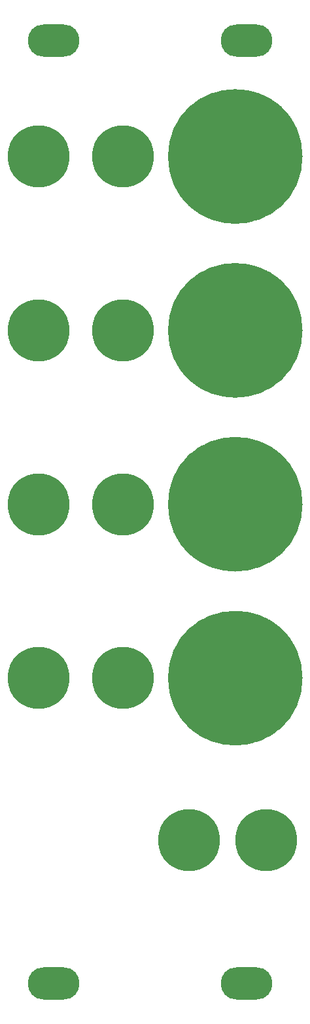
<source format=gtl>
G04 #@! TF.GenerationSoftware,KiCad,Pcbnew,7.0.5.1-1-g8f565ef7f0-dirty-deb11*
G04 #@! TF.CreationDate,2023-06-10T15:43:30+00:00*
G04 #@! TF.ProjectId,Basic-DC-mixer,42617369-632d-4444-932d-6d697865722e,rev?*
G04 #@! TF.SameCoordinates,Original*
G04 #@! TF.FileFunction,Copper,L1,Top*
G04 #@! TF.FilePolarity,Positive*
%FSLAX46Y46*%
G04 Gerber Fmt 4.6, Leading zero omitted, Abs format (unit mm)*
G04 Created by KiCad (PCBNEW 7.0.5.1-1-g8f565ef7f0-dirty-deb11) date 2023-06-10 15:43:30*
%MOMM*%
%LPD*%
G01*
G04 APERTURE LIST*
G04 #@! TA.AperFunction,NonConductor*
%ADD10C,8.700000*%
G04 #@! TD*
G04 #@! TA.AperFunction,ComponentPad*
%ADD11O,6.700000X4.200000*%
G04 #@! TD*
G04 #@! TA.AperFunction,ViaPad*
%ADD12C,8.500000*%
G04 #@! TD*
G04 #@! TA.AperFunction,ViaPad*
%ADD13C,8.000000*%
G04 #@! TD*
G04 APERTURE END LIST*
D10*
X107350000Y-107500000D02*
G75*
G03*
X107350000Y-107500000I-4350000J0D01*
G01*
X107350000Y-40000000D02*
G75*
G03*
X107350000Y-40000000I-4350000J0D01*
G01*
X107350000Y-85000000D02*
G75*
G03*
X107350000Y-85000000I-4350000J0D01*
G01*
X107350000Y-62500000D02*
G75*
G03*
X107350000Y-62500000I-4350000J0D01*
G01*
D11*
X79500000Y-147000000D03*
X79500000Y-25000000D03*
X104500000Y-147000000D03*
X104500000Y-25000000D03*
D12*
X103000000Y-107500000D03*
X103000000Y-85000000D03*
X103000000Y-40000000D03*
X103000000Y-62500000D03*
D13*
X107000000Y-128500000D03*
X77500000Y-62500000D03*
X97000000Y-128500000D03*
X77500000Y-107500000D03*
X77500000Y-85000000D03*
X88500000Y-107500000D03*
X88500000Y-62500000D03*
X88500000Y-40000000D03*
X77500000Y-40000000D03*
X88500000Y-85000000D03*
M02*

</source>
